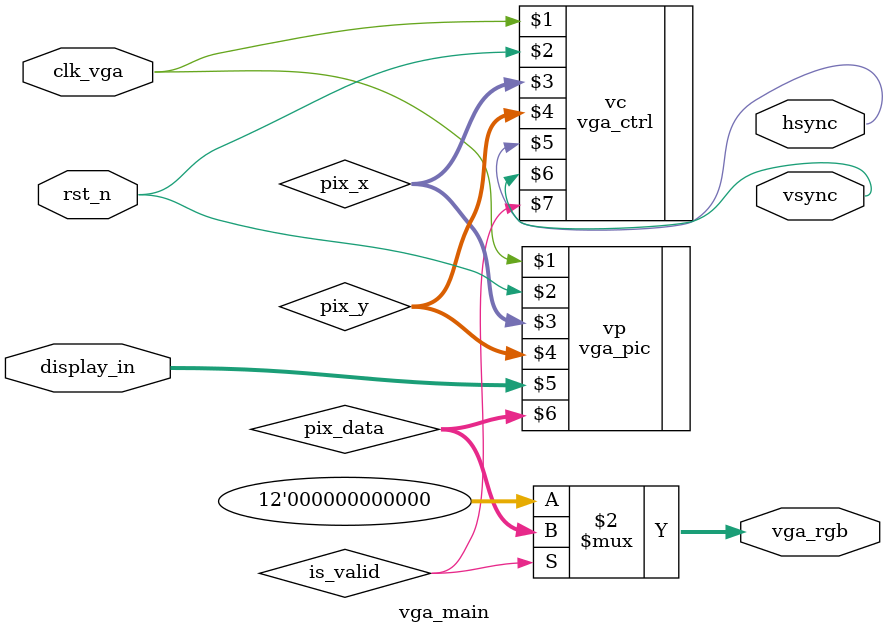
<source format=v>
`timescale 1ns / 1ps


module vga_main(
    input wire clk_vga,
    input wire rst_n,
    input wire [63:0] display_in,

    output wire hsync,
    output wire vsync,
    output wire [11:0] vga_rgb
);

wire [10:0] pix_x;
wire [10:0] pix_y;
wire is_valid;

vga_ctrl vc(
    clk_vga, rst_n,
    pix_x, pix_y, hsync, vsync, is_valid
);

wire [11:0] pix_data;
vga_pic vp(
    clk_vga, rst_n, pix_x, pix_y, display_in,
    pix_data
);

assign vga_rgb = (is_valid == 1'b1) ? pix_data : 12'h000;

endmodule
</source>
